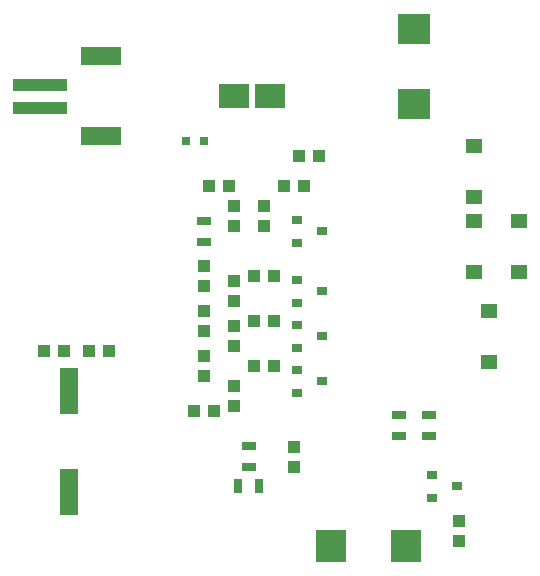
<source format=gtp>
G04 EAGLE Gerber RS-274X export*
G75*
%MOMM*%
%FSLAX34Y34*%
%LPD*%
%INSolderpaste Top*%
%IPPOS*%
%AMOC8*
5,1,8,0,0,1.08239X$1,22.5*%
G01*
%ADD10R,1.000000X1.100000*%
%ADD11R,1.200000X0.800000*%
%ADD12R,1.470000X1.270000*%
%ADD13R,0.800000X1.200000*%
%ADD14R,1.100000X1.000000*%
%ADD15R,0.900000X0.800000*%
%ADD16R,2.700000X2.550000*%
%ADD17R,2.550000X2.700000*%
%ADD18R,2.500000X2.000000*%
%ADD19R,0.800000X0.800000*%
%ADD20R,1.600000X3.900000*%
%ADD21R,4.600000X1.000000*%
%ADD22R,3.400000X1.600000*%


D10*
X292100Y105401D03*
X292100Y122401D03*
D11*
X381000Y149099D03*
X381000Y131099D03*
D10*
X266700Y326000D03*
X266700Y309000D03*
X241300Y309000D03*
X241300Y326000D03*
D12*
X444500Y377100D03*
X444500Y334100D03*
D13*
X244601Y88900D03*
X262601Y88900D03*
D14*
X258200Y266700D03*
X275200Y266700D03*
D10*
X241300Y245500D03*
X241300Y262500D03*
D12*
X444500Y313600D03*
X444500Y270600D03*
D11*
X254000Y104901D03*
X254000Y122901D03*
D14*
X258200Y228600D03*
X275200Y228600D03*
D10*
X241300Y207400D03*
X241300Y224400D03*
D12*
X457200Y237400D03*
X457200Y194400D03*
D11*
X406400Y149099D03*
X406400Y131099D03*
D14*
X258200Y190500D03*
X275200Y190500D03*
D10*
X241300Y156600D03*
X241300Y173600D03*
D12*
X482600Y313600D03*
X482600Y270600D03*
D15*
X294800Y314300D03*
X294800Y295300D03*
X315800Y304800D03*
X294800Y263500D03*
X294800Y244500D03*
X315800Y254000D03*
X294800Y225400D03*
X294800Y206400D03*
X315800Y215900D03*
X294800Y187300D03*
X294800Y168300D03*
X315800Y177800D03*
X409100Y98400D03*
X409100Y79400D03*
X430100Y88900D03*
D16*
X393700Y476200D03*
X393700Y412800D03*
D17*
X387300Y38100D03*
X323900Y38100D03*
D14*
X300600Y342900D03*
X283600Y342900D03*
X220100Y342900D03*
X237100Y342900D03*
X313300Y368300D03*
X296300Y368300D03*
D10*
X431800Y59300D03*
X431800Y42300D03*
D18*
X271780Y419100D03*
X241300Y419100D03*
D19*
X215900Y381000D03*
X200900Y381000D03*
D10*
X215900Y258200D03*
X215900Y275200D03*
D14*
X207400Y152400D03*
X224400Y152400D03*
D10*
X215900Y220100D03*
X215900Y237100D03*
X215900Y182000D03*
X215900Y199000D03*
D14*
X135500Y203200D03*
X118500Y203200D03*
X80400Y203200D03*
X97400Y203200D03*
D20*
X101600Y84500D03*
X101600Y169500D03*
D11*
X215900Y295800D03*
X215900Y313800D03*
D21*
X77300Y429100D03*
X77300Y409100D03*
D22*
X129300Y453100D03*
X129300Y385100D03*
M02*

</source>
